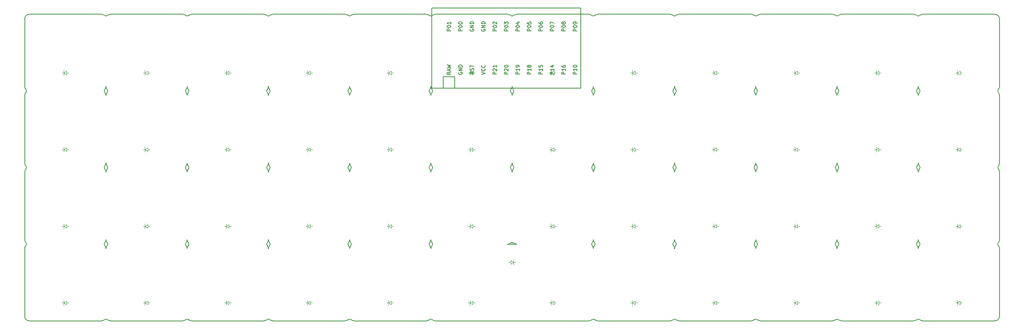
<source format=gbr>
G04 #@! TF.GenerationSoftware,KiCad,Pcbnew,5.1.5+dfsg1-2build2*
G04 #@! TF.CreationDate,2023-07-29T21:16:48+00:00*
G04 #@! TF.ProjectId,planck_routed,706c616e-636b-45f7-926f-757465642e6b,v1.0.0*
G04 #@! TF.SameCoordinates,Original*
G04 #@! TF.FileFunction,Legend,Top*
G04 #@! TF.FilePolarity,Positive*
%FSLAX46Y46*%
G04 Gerber Fmt 4.6, Leading zero omitted, Abs format (unit mm)*
G04 Created by KiCad (PCBNEW 5.1.5+dfsg1-2build2) date 2023-07-29 21:16:48*
%MOMM*%
%LPD*%
G04 APERTURE LIST*
G04 #@! TA.AperFunction,Profile*
%ADD10C,0.150000*%
G04 #@! TD*
%ADD11C,0.100000*%
%ADD12C,0.150000*%
G04 APERTURE END LIST*
D10*
X-8000000Y8500000D02*
X8000000Y8500000D01*
X8666667Y8754644D02*
G75*
G02X8000000Y8500000I-666667J745356D01*
G01*
X8745356Y25166667D02*
G75*
G02X9000000Y24500000I-745356J-666667D01*
G01*
X-9000000Y24500000D02*
G75*
G02X-8745356Y25166667I1000000J0D01*
G01*
X-9000000Y24500000D02*
X-9000000Y9500000D01*
X-8000000Y8500000D02*
G75*
G02X-9000000Y9500000I0J1000000D01*
G01*
X9000000Y26500000D02*
G75*
G02X8745356Y25833333I-1000000J0D01*
G01*
X8745356Y42166667D02*
G75*
G02X9000000Y41500000I-745356J-666667D01*
G01*
X-9000000Y41500000D02*
G75*
G02X-8745356Y42166667I1000000J0D01*
G01*
X-9000000Y41500000D02*
X-9000000Y26500000D01*
X-8745356Y25833333D02*
G75*
G02X-9000000Y26500000I745356J666667D01*
G01*
X9000000Y43500000D02*
G75*
G02X8745356Y42833333I-1000000J0D01*
G01*
X8745356Y59166667D02*
G75*
G02X9000000Y58500000I-745356J-666667D01*
G01*
X-9000000Y58500000D02*
G75*
G02X-8745356Y59166667I1000000J0D01*
G01*
X-9000000Y58500000D02*
X-9000000Y43500000D01*
X-8745356Y42833333D02*
G75*
G02X-9000000Y43500000I745356J666667D01*
G01*
X9000000Y60500000D02*
G75*
G02X8745356Y59833333I-1000000J0D01*
G01*
X8000000Y76500000D02*
G75*
G02X8666667Y76245356I0J-1000000D01*
G01*
X8000000Y76500000D02*
X-8000000Y76500000D01*
X-9000000Y75500000D02*
G75*
G02X-8000000Y76500000I1000000J0D01*
G01*
X-9000000Y75500000D02*
X-9000000Y60500000D01*
X-8745356Y59833333D02*
G75*
G02X-9000000Y60500000I745356J666667D01*
G01*
X10000000Y8500000D02*
X26000000Y8500000D01*
X26666667Y8754644D02*
G75*
G02X26000000Y8500000I-666667J745356D01*
G01*
X26745356Y25166667D02*
G75*
G02X27000000Y24500000I-745356J-666667D01*
G01*
X9000000Y24500000D02*
G75*
G02X9254644Y25166667I1000000J0D01*
G01*
X10000000Y8500000D02*
G75*
G02X9333333Y8754644I0J1000000D01*
G01*
X27000000Y26500000D02*
G75*
G02X26745356Y25833333I-1000000J0D01*
G01*
X26745356Y42166667D02*
G75*
G02X27000000Y41500000I-745356J-666667D01*
G01*
X9000000Y41500000D02*
G75*
G02X9254644Y42166667I1000000J0D01*
G01*
X9254644Y25833333D02*
G75*
G02X9000000Y26500000I745356J666667D01*
G01*
X27000000Y43500000D02*
G75*
G02X26745356Y42833333I-1000000J0D01*
G01*
X26745356Y59166667D02*
G75*
G02X27000000Y58500000I-745356J-666667D01*
G01*
X9000000Y58500000D02*
G75*
G02X9254644Y59166667I1000000J0D01*
G01*
X9254644Y42833333D02*
G75*
G02X9000000Y43500000I745356J666667D01*
G01*
X27000000Y60500000D02*
G75*
G02X26745356Y59833333I-1000000J0D01*
G01*
X26000000Y76500000D02*
G75*
G02X26666667Y76245356I0J-1000000D01*
G01*
X26000000Y76500000D02*
X10000000Y76500000D01*
X9333333Y76245356D02*
G75*
G02X10000000Y76500000I666667J-745356D01*
G01*
X9254644Y59833333D02*
G75*
G02X9000000Y60500000I745356J666667D01*
G01*
X28000000Y8500000D02*
X44000000Y8500000D01*
X44666667Y8754644D02*
G75*
G02X44000000Y8500000I-666667J745356D01*
G01*
X44745356Y25166667D02*
G75*
G02X45000000Y24500000I-745356J-666667D01*
G01*
X27000000Y24500000D02*
G75*
G02X27254644Y25166667I1000000J0D01*
G01*
X28000000Y8500000D02*
G75*
G02X27333333Y8754644I0J1000000D01*
G01*
X45000000Y26500000D02*
G75*
G02X44745356Y25833333I-1000000J0D01*
G01*
X44745356Y42166667D02*
G75*
G02X45000000Y41500000I-745356J-666667D01*
G01*
X27000000Y41500000D02*
G75*
G02X27254644Y42166667I1000000J0D01*
G01*
X27254644Y25833333D02*
G75*
G02X27000000Y26500000I745356J666667D01*
G01*
X45000000Y43500000D02*
G75*
G02X44745356Y42833333I-1000000J0D01*
G01*
X44745356Y59166667D02*
G75*
G02X45000000Y58500000I-745356J-666667D01*
G01*
X27000000Y58500000D02*
G75*
G02X27254644Y59166667I1000000J0D01*
G01*
X27254644Y42833333D02*
G75*
G02X27000000Y43500000I745356J666667D01*
G01*
X45000000Y60500000D02*
G75*
G02X44745356Y59833333I-1000000J0D01*
G01*
X44000000Y76500000D02*
G75*
G02X44666667Y76245356I0J-1000000D01*
G01*
X44000000Y76500000D02*
X28000000Y76500000D01*
X27333333Y76245356D02*
G75*
G02X28000000Y76500000I666667J-745356D01*
G01*
X27254644Y59833333D02*
G75*
G02X27000000Y60500000I745356J666667D01*
G01*
X46000000Y8500000D02*
X62000000Y8500000D01*
X62666667Y8754644D02*
G75*
G02X62000000Y8500000I-666667J745356D01*
G01*
X62745356Y25166667D02*
G75*
G02X63000000Y24500000I-745356J-666667D01*
G01*
X45000000Y24500000D02*
G75*
G02X45254644Y25166667I1000000J0D01*
G01*
X46000000Y8500000D02*
G75*
G02X45333333Y8754644I0J1000000D01*
G01*
X63000000Y26500000D02*
G75*
G02X62745356Y25833333I-1000000J0D01*
G01*
X62745356Y42166667D02*
G75*
G02X63000000Y41500000I-745356J-666667D01*
G01*
X45000000Y41500000D02*
G75*
G02X45254644Y42166667I1000000J0D01*
G01*
X45254644Y25833333D02*
G75*
G02X45000000Y26500000I745356J666667D01*
G01*
X63000000Y43500000D02*
G75*
G02X62745356Y42833333I-1000000J0D01*
G01*
X62745356Y59166667D02*
G75*
G02X63000000Y58500000I-745356J-666667D01*
G01*
X45000000Y58500000D02*
G75*
G02X45254644Y59166667I1000000J0D01*
G01*
X45254644Y42833333D02*
G75*
G02X45000000Y43500000I745356J666667D01*
G01*
X63000000Y60500000D02*
G75*
G02X62745356Y59833333I-1000000J0D01*
G01*
X62000000Y76500000D02*
G75*
G02X62666667Y76245356I0J-1000000D01*
G01*
X62000000Y76500000D02*
X46000000Y76500000D01*
X45333333Y76245356D02*
G75*
G02X46000000Y76500000I666667J-745356D01*
G01*
X45254644Y59833333D02*
G75*
G02X45000000Y60500000I745356J666667D01*
G01*
X64000000Y8500000D02*
X80000000Y8500000D01*
X80666667Y8754644D02*
G75*
G02X80000000Y8500000I-666667J745356D01*
G01*
X80745356Y25166667D02*
G75*
G02X81000000Y24500000I-745356J-666667D01*
G01*
X63000000Y24500000D02*
G75*
G02X63254644Y25166667I1000000J0D01*
G01*
X64000000Y8500000D02*
G75*
G02X63333333Y8754644I0J1000000D01*
G01*
X81000000Y26500000D02*
G75*
G02X80745356Y25833333I-1000000J0D01*
G01*
X80745356Y42166667D02*
G75*
G02X81000000Y41500000I-745356J-666667D01*
G01*
X63000000Y41500000D02*
G75*
G02X63254644Y42166667I1000000J0D01*
G01*
X63254644Y25833333D02*
G75*
G02X63000000Y26500000I745356J666667D01*
G01*
X81000000Y43500000D02*
G75*
G02X80745356Y42833333I-1000000J0D01*
G01*
X80745356Y59166667D02*
G75*
G02X81000000Y58500000I-745356J-666667D01*
G01*
X63000000Y58500000D02*
G75*
G02X63254644Y59166667I1000000J0D01*
G01*
X63254644Y42833333D02*
G75*
G02X63000000Y43500000I745356J666667D01*
G01*
X81000000Y60500000D02*
G75*
G02X80745356Y59833333I-1000000J0D01*
G01*
X80000000Y76500000D02*
G75*
G02X80666667Y76245356I0J-1000000D01*
G01*
X80000000Y76500000D02*
X64000000Y76500000D01*
X63333333Y76245356D02*
G75*
G02X64000000Y76500000I666667J-745356D01*
G01*
X63254644Y59833333D02*
G75*
G02X63000000Y60500000I745356J666667D01*
G01*
X82000000Y8500000D02*
X116000000Y8500000D01*
X81000000Y24500000D02*
G75*
G02X81254644Y25166667I1000000J0D01*
G01*
X82000000Y8500000D02*
G75*
G02X81333333Y8754644I0J1000000D01*
G01*
X98666667Y25754644D02*
G75*
G02X98000000Y25500000I-666667J745356D01*
G01*
X98745356Y42166667D02*
G75*
G02X99000000Y41500000I-745356J-666667D01*
G01*
X81000000Y41500000D02*
G75*
G02X81254644Y42166667I1000000J0D01*
G01*
X81254644Y25833333D02*
G75*
G02X81000000Y26500000I745356J666667D01*
G01*
X99000000Y43500000D02*
G75*
G02X98745356Y42833333I-1000000J0D01*
G01*
X98745356Y59166667D02*
G75*
G02X99000000Y58500000I-745356J-666667D01*
G01*
X81000000Y58500000D02*
G75*
G02X81254644Y59166667I1000000J0D01*
G01*
X81254644Y42833333D02*
G75*
G02X81000000Y43500000I745356J666667D01*
G01*
X99000000Y60500000D02*
G75*
G02X98745356Y59833333I-1000000J0D01*
G01*
X98000000Y76500000D02*
G75*
G02X98666667Y76245356I0J-1000000D01*
G01*
X98000000Y76500000D02*
X82000000Y76500000D01*
X81333333Y76245356D02*
G75*
G02X82000000Y76500000I666667J-745356D01*
G01*
X81254644Y59833333D02*
G75*
G02X81000000Y60500000I745356J666667D01*
G01*
X100000000Y25500000D02*
X98000000Y25500000D01*
X116666667Y8754644D02*
G75*
G02X116000000Y8500000I-666667J745356D01*
G01*
X116745356Y25166667D02*
G75*
G02X117000000Y24500000I-745356J-666667D01*
G01*
X117000000Y26500000D02*
G75*
G02X116745356Y25833333I-1000000J0D01*
G01*
X116745356Y42166667D02*
G75*
G02X117000000Y41500000I-745356J-666667D01*
G01*
X99000000Y41500000D02*
G75*
G02X99254644Y42166667I1000000J0D01*
G01*
X100000000Y25500000D02*
G75*
G02X99333333Y25754644I0J1000000D01*
G01*
X117000000Y43500000D02*
G75*
G02X116745356Y42833333I-1000000J0D01*
G01*
X116745356Y59166667D02*
G75*
G02X117000000Y58500000I-745356J-666667D01*
G01*
X99000000Y58500000D02*
G75*
G02X99254644Y59166667I1000000J0D01*
G01*
X99254644Y42833333D02*
G75*
G02X99000000Y43500000I745356J666667D01*
G01*
X117000000Y60500000D02*
G75*
G02X116745356Y59833333I-1000000J0D01*
G01*
X116000000Y76500000D02*
G75*
G02X116666667Y76245356I0J-1000000D01*
G01*
X116000000Y76500000D02*
X100000000Y76500000D01*
X99333333Y76245356D02*
G75*
G02X100000000Y76500000I666667J-745356D01*
G01*
X99254644Y59833333D02*
G75*
G02X99000000Y60500000I745356J666667D01*
G01*
X118000000Y8500000D02*
X134000000Y8500000D01*
X134666667Y8754644D02*
G75*
G02X134000000Y8500000I-666667J745356D01*
G01*
X134745356Y25166667D02*
G75*
G02X135000000Y24500000I-745356J-666667D01*
G01*
X117000000Y24500000D02*
G75*
G02X117254644Y25166667I1000000J0D01*
G01*
X118000000Y8500000D02*
G75*
G02X117333333Y8754644I0J1000000D01*
G01*
X135000000Y26500000D02*
G75*
G02X134745356Y25833333I-1000000J0D01*
G01*
X134745356Y42166667D02*
G75*
G02X135000000Y41500000I-745356J-666667D01*
G01*
X117000000Y41500000D02*
G75*
G02X117254644Y42166667I1000000J0D01*
G01*
X117254644Y25833333D02*
G75*
G02X117000000Y26500000I745356J666667D01*
G01*
X135000000Y43500000D02*
G75*
G02X134745356Y42833333I-1000000J0D01*
G01*
X134745356Y59166667D02*
G75*
G02X135000000Y58500000I-745356J-666667D01*
G01*
X117000000Y58500000D02*
G75*
G02X117254644Y59166667I1000000J0D01*
G01*
X117254644Y42833333D02*
G75*
G02X117000000Y43500000I745356J666667D01*
G01*
X135000000Y60500000D02*
G75*
G02X134745356Y59833333I-1000000J0D01*
G01*
X134000000Y76500000D02*
G75*
G02X134666667Y76245356I0J-1000000D01*
G01*
X134000000Y76500000D02*
X118000000Y76500000D01*
X117333333Y76245356D02*
G75*
G02X118000000Y76500000I666667J-745356D01*
G01*
X117254644Y59833333D02*
G75*
G02X117000000Y60500000I745356J666667D01*
G01*
X136000000Y8500000D02*
X152000000Y8500000D01*
X152666667Y8754644D02*
G75*
G02X152000000Y8500000I-666667J745356D01*
G01*
X152745356Y25166667D02*
G75*
G02X153000000Y24500000I-745356J-666667D01*
G01*
X135000000Y24500000D02*
G75*
G02X135254644Y25166667I1000000J0D01*
G01*
X136000000Y8500000D02*
G75*
G02X135333333Y8754644I0J1000000D01*
G01*
X153000000Y26500000D02*
G75*
G02X152745356Y25833333I-1000000J0D01*
G01*
X152745356Y42166667D02*
G75*
G02X153000000Y41500000I-745356J-666667D01*
G01*
X135000000Y41500000D02*
G75*
G02X135254644Y42166667I1000000J0D01*
G01*
X135254644Y25833333D02*
G75*
G02X135000000Y26500000I745356J666667D01*
G01*
X153000000Y43500000D02*
G75*
G02X152745356Y42833333I-1000000J0D01*
G01*
X152745356Y59166667D02*
G75*
G02X153000000Y58500000I-745356J-666667D01*
G01*
X135000000Y58500000D02*
G75*
G02X135254644Y59166667I1000000J0D01*
G01*
X135254644Y42833333D02*
G75*
G02X135000000Y43500000I745356J666667D01*
G01*
X153000000Y60500000D02*
G75*
G02X152745356Y59833333I-1000000J0D01*
G01*
X152000000Y76500000D02*
G75*
G02X152666667Y76245356I0J-1000000D01*
G01*
X152000000Y76500000D02*
X136000000Y76500000D01*
X135333333Y76245356D02*
G75*
G02X136000000Y76500000I666667J-745356D01*
G01*
X135254644Y59833333D02*
G75*
G02X135000000Y60500000I745356J666667D01*
G01*
X154000000Y8500000D02*
X170000000Y8500000D01*
X170666667Y8754644D02*
G75*
G02X170000000Y8500000I-666667J745356D01*
G01*
X170745356Y25166667D02*
G75*
G02X171000000Y24500000I-745356J-666667D01*
G01*
X153000000Y24500000D02*
G75*
G02X153254644Y25166667I1000000J0D01*
G01*
X154000000Y8500000D02*
G75*
G02X153333333Y8754644I0J1000000D01*
G01*
X171000000Y26500000D02*
G75*
G02X170745356Y25833333I-1000000J0D01*
G01*
X170745356Y42166667D02*
G75*
G02X171000000Y41500000I-745356J-666667D01*
G01*
X153000000Y41500000D02*
G75*
G02X153254644Y42166667I1000000J0D01*
G01*
X153254644Y25833333D02*
G75*
G02X153000000Y26500000I745356J666667D01*
G01*
X171000000Y43500000D02*
G75*
G02X170745356Y42833333I-1000000J0D01*
G01*
X170745356Y59166667D02*
G75*
G02X171000000Y58500000I-745356J-666667D01*
G01*
X153000000Y58500000D02*
G75*
G02X153254644Y59166667I1000000J0D01*
G01*
X153254644Y42833333D02*
G75*
G02X153000000Y43500000I745356J666667D01*
G01*
X171000000Y60500000D02*
G75*
G02X170745356Y59833333I-1000000J0D01*
G01*
X170000000Y76500000D02*
G75*
G02X170666667Y76245356I0J-1000000D01*
G01*
X170000000Y76500000D02*
X154000000Y76500000D01*
X153333333Y76245356D02*
G75*
G02X154000000Y76500000I666667J-745356D01*
G01*
X153254644Y59833333D02*
G75*
G02X153000000Y60500000I745356J666667D01*
G01*
X172000000Y8500000D02*
X188000000Y8500000D01*
X188666667Y8754644D02*
G75*
G02X188000000Y8500000I-666667J745356D01*
G01*
X188745356Y25166667D02*
G75*
G02X189000000Y24500000I-745356J-666667D01*
G01*
X171000000Y24500000D02*
G75*
G02X171254644Y25166667I1000000J0D01*
G01*
X172000000Y8500000D02*
G75*
G02X171333333Y8754644I0J1000000D01*
G01*
X189000000Y26500000D02*
G75*
G02X188745356Y25833333I-1000000J0D01*
G01*
X188745356Y42166667D02*
G75*
G02X189000000Y41500000I-745356J-666667D01*
G01*
X171000000Y41500000D02*
G75*
G02X171254644Y42166667I1000000J0D01*
G01*
X171254644Y25833333D02*
G75*
G02X171000000Y26500000I745356J666667D01*
G01*
X189000000Y43500000D02*
G75*
G02X188745356Y42833333I-1000000J0D01*
G01*
X188745356Y59166667D02*
G75*
G02X189000000Y58500000I-745356J-666667D01*
G01*
X171000000Y58500000D02*
G75*
G02X171254644Y59166667I1000000J0D01*
G01*
X171254644Y42833333D02*
G75*
G02X171000000Y43500000I745356J666667D01*
G01*
X189000000Y60500000D02*
G75*
G02X188745356Y59833333I-1000000J0D01*
G01*
X188000000Y76500000D02*
G75*
G02X188666667Y76245356I0J-1000000D01*
G01*
X188000000Y76500000D02*
X172000000Y76500000D01*
X171333333Y76245356D02*
G75*
G02X172000000Y76500000I666667J-745356D01*
G01*
X171254644Y59833333D02*
G75*
G02X171000000Y60500000I745356J666667D01*
G01*
X190000000Y8500000D02*
X206000000Y8500000D01*
X207000000Y9500000D02*
G75*
G02X206000000Y8500000I-1000000J0D01*
G01*
X207000000Y9500000D02*
X207000000Y24500000D01*
X206745356Y25166667D02*
G75*
G02X207000000Y24500000I-745356J-666667D01*
G01*
X189000000Y24500000D02*
G75*
G02X189254644Y25166667I1000000J0D01*
G01*
X190000000Y8500000D02*
G75*
G02X189333333Y8754644I0J1000000D01*
G01*
X207000000Y26500000D02*
G75*
G02X206745356Y25833333I-1000000J0D01*
G01*
X207000000Y26500000D02*
X207000000Y41500000D01*
X206745356Y42166667D02*
G75*
G02X207000000Y41500000I-745356J-666667D01*
G01*
X189000000Y41500000D02*
G75*
G02X189254644Y42166667I1000000J0D01*
G01*
X189254644Y25833333D02*
G75*
G02X189000000Y26500000I745356J666667D01*
G01*
X207000000Y43500000D02*
G75*
G02X206745356Y42833333I-1000000J0D01*
G01*
X207000000Y43500000D02*
X207000000Y58500000D01*
X206745356Y59166667D02*
G75*
G02X207000000Y58500000I-745356J-666667D01*
G01*
X189000000Y58500000D02*
G75*
G02X189254644Y59166667I1000000J0D01*
G01*
X189254644Y42833333D02*
G75*
G02X189000000Y43500000I745356J666667D01*
G01*
X207000000Y60500000D02*
G75*
G02X206745356Y59833333I-1000000J0D01*
G01*
X207000000Y60500000D02*
X207000000Y75500000D01*
X206000000Y76500000D02*
G75*
G02X207000000Y75500000I0J-1000000D01*
G01*
X206000000Y76500000D02*
X190000000Y76500000D01*
X189333333Y76245356D02*
G75*
G02X190000000Y76500000I666667J-745356D01*
G01*
X189254644Y59833333D02*
G75*
G02X189000000Y60500000I745356J666667D01*
G01*
X8666666Y8754644D02*
G75*
G02X9333333Y8754644I333334J-372678D01*
G01*
X26666666Y8754644D02*
G75*
G02X27333333Y8754644I333334J-372678D01*
G01*
X44666666Y8754644D02*
G75*
G02X45333333Y8754644I333334J-372678D01*
G01*
X62666666Y8754644D02*
G75*
G02X63333333Y8754644I333334J-372678D01*
G01*
X80666666Y8754644D02*
G75*
G02X81333333Y8754644I333334J-372678D01*
G01*
X116666666Y8754644D02*
G75*
G02X117333333Y8754644I333334J-372678D01*
G01*
X134666666Y8754644D02*
G75*
G02X135333333Y8754644I333334J-372678D01*
G01*
X152666666Y8754644D02*
G75*
G02X153333333Y8754644I333334J-372678D01*
G01*
X170666666Y8754644D02*
G75*
G02X171333333Y8754644I333334J-372678D01*
G01*
X188666666Y8754644D02*
G75*
G02X189333333Y8754644I333334J-372678D01*
G01*
X206745356Y25166666D02*
G75*
G02X206745356Y25833333I372678J333334D01*
G01*
X206745356Y42166666D02*
G75*
G02X206745356Y42833333I372678J333334D01*
G01*
X206745356Y59166666D02*
G75*
G02X206745356Y59833333I372678J333334D01*
G01*
X189333334Y76245356D02*
G75*
G02X188666667Y76245356I-333334J372678D01*
G01*
X171333334Y76245356D02*
G75*
G02X170666667Y76245356I-333334J372678D01*
G01*
X153333334Y76245356D02*
G75*
G02X152666667Y76245356I-333334J372678D01*
G01*
X135333334Y76245356D02*
G75*
G02X134666667Y76245356I-333334J372678D01*
G01*
X117333334Y76245356D02*
G75*
G02X116666667Y76245356I-333334J372678D01*
G01*
X99333334Y76245356D02*
G75*
G02X98666667Y76245356I-333334J372678D01*
G01*
X81333334Y76245356D02*
G75*
G02X80666667Y76245356I-333334J372678D01*
G01*
X63333334Y76245356D02*
G75*
G02X62666667Y76245356I-333334J372678D01*
G01*
X45333334Y76245356D02*
G75*
G02X44666667Y76245356I-333334J372678D01*
G01*
X27333334Y76245356D02*
G75*
G02X26666667Y76245356I-333334J372678D01*
G01*
X9333334Y76245356D02*
G75*
G02X8666667Y76245356I-333334J372678D01*
G01*
X-8745356Y59833334D02*
G75*
G02X-8745356Y59166667I-372678J-333334D01*
G01*
X-8745356Y42833334D02*
G75*
G02X-8745356Y42166667I-372678J-333334D01*
G01*
X-8745356Y25833334D02*
G75*
G02X-8745356Y25166667I-372678J-333334D01*
G01*
X8745356Y25166666D02*
G75*
G02X8745356Y25833333I372678J333334D01*
G01*
X9254644Y25833334D02*
G75*
G02X9254644Y25166667I-372678J-333334D01*
G01*
X8745356Y42166666D02*
G75*
G02X8745356Y42833333I372678J333334D01*
G01*
X9254644Y42833334D02*
G75*
G02X9254644Y42166667I-372678J-333334D01*
G01*
X8745356Y59166666D02*
G75*
G02X8745356Y59833333I372678J333334D01*
G01*
X9254644Y59833334D02*
G75*
G02X9254644Y59166667I-372678J-333334D01*
G01*
X26745356Y25166666D02*
G75*
G02X26745356Y25833333I372678J333334D01*
G01*
X27254644Y25833334D02*
G75*
G02X27254644Y25166667I-372678J-333334D01*
G01*
X26745356Y42166666D02*
G75*
G02X26745356Y42833333I372678J333334D01*
G01*
X27254644Y42833334D02*
G75*
G02X27254644Y42166667I-372678J-333334D01*
G01*
X26745356Y59166666D02*
G75*
G02X26745356Y59833333I372678J333334D01*
G01*
X27254644Y59833334D02*
G75*
G02X27254644Y59166667I-372678J-333334D01*
G01*
X44745356Y25166666D02*
G75*
G02X44745356Y25833333I372678J333334D01*
G01*
X45254644Y25833334D02*
G75*
G02X45254644Y25166667I-372678J-333334D01*
G01*
X44745356Y42166666D02*
G75*
G02X44745356Y42833333I372678J333334D01*
G01*
X45254644Y42833334D02*
G75*
G02X45254644Y42166667I-372678J-333334D01*
G01*
X44745356Y59166666D02*
G75*
G02X44745356Y59833333I372678J333334D01*
G01*
X45254644Y59833334D02*
G75*
G02X45254644Y59166667I-372678J-333334D01*
G01*
X62745356Y25166666D02*
G75*
G02X62745356Y25833333I372678J333334D01*
G01*
X63254644Y25833334D02*
G75*
G02X63254644Y25166667I-372678J-333334D01*
G01*
X62745356Y42166666D02*
G75*
G02X62745356Y42833333I372678J333334D01*
G01*
X63254644Y42833334D02*
G75*
G02X63254644Y42166667I-372678J-333334D01*
G01*
X62745356Y59166666D02*
G75*
G02X62745356Y59833333I372678J333334D01*
G01*
X63254644Y59833334D02*
G75*
G02X63254644Y59166667I-372678J-333334D01*
G01*
X80745356Y25166666D02*
G75*
G02X80745356Y25833333I372678J333334D01*
G01*
X81254644Y25833334D02*
G75*
G02X81254644Y25166667I-372678J-333334D01*
G01*
X80745356Y42166666D02*
G75*
G02X80745356Y42833333I372678J333334D01*
G01*
X81254644Y42833334D02*
G75*
G02X81254644Y42166667I-372678J-333334D01*
G01*
X80745356Y59166666D02*
G75*
G02X80745356Y59833333I372678J333334D01*
G01*
X81254644Y59833334D02*
G75*
G02X81254644Y59166667I-372678J-333334D01*
G01*
X98745356Y42166666D02*
G75*
G02X98745356Y42833333I372678J333334D01*
G01*
X99254644Y42833334D02*
G75*
G02X99254644Y42166667I-372678J-333334D01*
G01*
X98745356Y59166666D02*
G75*
G02X98745356Y59833333I372678J333334D01*
G01*
X99254644Y59833334D02*
G75*
G02X99254644Y59166667I-372678J-333334D01*
G01*
X116745356Y25166666D02*
G75*
G02X116745356Y25833333I372678J333334D01*
G01*
X117254644Y25833334D02*
G75*
G02X117254644Y25166667I-372678J-333334D01*
G01*
X116745356Y42166666D02*
G75*
G02X116745356Y42833333I372678J333334D01*
G01*
X117254644Y42833334D02*
G75*
G02X117254644Y42166667I-372678J-333334D01*
G01*
X116745356Y59166666D02*
G75*
G02X116745356Y59833333I372678J333334D01*
G01*
X117254644Y59833334D02*
G75*
G02X117254644Y59166667I-372678J-333334D01*
G01*
X134745356Y25166666D02*
G75*
G02X134745356Y25833333I372678J333334D01*
G01*
X135254644Y25833334D02*
G75*
G02X135254644Y25166667I-372678J-333334D01*
G01*
X134745356Y42166666D02*
G75*
G02X134745356Y42833333I372678J333334D01*
G01*
X135254644Y42833334D02*
G75*
G02X135254644Y42166667I-372678J-333334D01*
G01*
X134745356Y59166666D02*
G75*
G02X134745356Y59833333I372678J333334D01*
G01*
X135254644Y59833334D02*
G75*
G02X135254644Y59166667I-372678J-333334D01*
G01*
X152745356Y25166666D02*
G75*
G02X152745356Y25833333I372678J333334D01*
G01*
X153254644Y25833334D02*
G75*
G02X153254644Y25166667I-372678J-333334D01*
G01*
X152745356Y42166666D02*
G75*
G02X152745356Y42833333I372678J333334D01*
G01*
X153254644Y42833334D02*
G75*
G02X153254644Y42166667I-372678J-333334D01*
G01*
X152745356Y59166666D02*
G75*
G02X152745356Y59833333I372678J333334D01*
G01*
X153254644Y59833334D02*
G75*
G02X153254644Y59166667I-372678J-333334D01*
G01*
X170745356Y25166666D02*
G75*
G02X170745356Y25833333I372678J333334D01*
G01*
X171254644Y25833334D02*
G75*
G02X171254644Y25166667I-372678J-333334D01*
G01*
X170745356Y42166666D02*
G75*
G02X170745356Y42833333I372678J333334D01*
G01*
X171254644Y42833334D02*
G75*
G02X171254644Y42166667I-372678J-333334D01*
G01*
X170745356Y59166666D02*
G75*
G02X170745356Y59833333I372678J333334D01*
G01*
X171254644Y59833334D02*
G75*
G02X171254644Y59166667I-372678J-333334D01*
G01*
X188745356Y25166666D02*
G75*
G02X188745356Y25833333I372678J333334D01*
G01*
X189254644Y25833334D02*
G75*
G02X189254644Y25166667I-372678J-333334D01*
G01*
X188745356Y42166666D02*
G75*
G02X188745356Y42833333I372678J333334D01*
G01*
X189254644Y42833334D02*
G75*
G02X189254644Y42166667I-372678J-333334D01*
G01*
X188745356Y59166666D02*
G75*
G02X188745356Y59833333I372678J333334D01*
G01*
X189254644Y59833334D02*
G75*
G02X189254644Y59166667I-372678J-333334D01*
G01*
X98666666Y25754644D02*
G75*
G02X99333333Y25754644I333334J-372678D01*
G01*
D11*
G04 #@! TO.C,D1*
X250000Y12500000D02*
X750000Y12500000D01*
X250000Y12100000D02*
X-350000Y12500000D01*
X250000Y12900000D02*
X250000Y12100000D01*
X-350000Y12500000D02*
X250000Y12900000D01*
X-350000Y12500000D02*
X-350000Y11950000D01*
X-350000Y12500000D02*
X-350000Y13050000D01*
X-750000Y12500000D02*
X-350000Y12500000D01*
G04 #@! TO.C,D2*
X250000Y29500000D02*
X750000Y29500000D01*
X250000Y29100000D02*
X-350000Y29500000D01*
X250000Y29900000D02*
X250000Y29100000D01*
X-350000Y29500000D02*
X250000Y29900000D01*
X-350000Y29500000D02*
X-350000Y28950000D01*
X-350000Y29500000D02*
X-350000Y30050000D01*
X-750000Y29500000D02*
X-350000Y29500000D01*
G04 #@! TO.C,D3*
X250000Y46500000D02*
X750000Y46500000D01*
X250000Y46100000D02*
X-350000Y46500000D01*
X250000Y46900000D02*
X250000Y46100000D01*
X-350000Y46500000D02*
X250000Y46900000D01*
X-350000Y46500000D02*
X-350000Y45950000D01*
X-350000Y46500000D02*
X-350000Y47050000D01*
X-750000Y46500000D02*
X-350000Y46500000D01*
G04 #@! TO.C,D4*
X250000Y63500000D02*
X750000Y63500000D01*
X250000Y63100000D02*
X-350000Y63500000D01*
X250000Y63900000D02*
X250000Y63100000D01*
X-350000Y63500000D02*
X250000Y63900000D01*
X-350000Y63500000D02*
X-350000Y62950000D01*
X-350000Y63500000D02*
X-350000Y64050000D01*
X-750000Y63500000D02*
X-350000Y63500000D01*
G04 #@! TO.C,D5*
X18250000Y12500000D02*
X18750000Y12500000D01*
X18250000Y12100000D02*
X17650000Y12500000D01*
X18250000Y12900000D02*
X18250000Y12100000D01*
X17650000Y12500000D02*
X18250000Y12900000D01*
X17650000Y12500000D02*
X17650000Y11950000D01*
X17650000Y12500000D02*
X17650000Y13050000D01*
X17250000Y12500000D02*
X17650000Y12500000D01*
G04 #@! TO.C,D6*
X18250000Y29500000D02*
X18750000Y29500000D01*
X18250000Y29100000D02*
X17650000Y29500000D01*
X18250000Y29900000D02*
X18250000Y29100000D01*
X17650000Y29500000D02*
X18250000Y29900000D01*
X17650000Y29500000D02*
X17650000Y28950000D01*
X17650000Y29500000D02*
X17650000Y30050000D01*
X17250000Y29500000D02*
X17650000Y29500000D01*
G04 #@! TO.C,D7*
X18250000Y46500000D02*
X18750000Y46500000D01*
X18250000Y46100000D02*
X17650000Y46500000D01*
X18250000Y46900000D02*
X18250000Y46100000D01*
X17650000Y46500000D02*
X18250000Y46900000D01*
X17650000Y46500000D02*
X17650000Y45950000D01*
X17650000Y46500000D02*
X17650000Y47050000D01*
X17250000Y46500000D02*
X17650000Y46500000D01*
G04 #@! TO.C,D8*
X18250000Y63500000D02*
X18750000Y63500000D01*
X18250000Y63100000D02*
X17650000Y63500000D01*
X18250000Y63900000D02*
X18250000Y63100000D01*
X17650000Y63500000D02*
X18250000Y63900000D01*
X17650000Y63500000D02*
X17650000Y62950000D01*
X17650000Y63500000D02*
X17650000Y64050000D01*
X17250000Y63500000D02*
X17650000Y63500000D01*
G04 #@! TO.C,D9*
X36250000Y12500000D02*
X36750000Y12500000D01*
X36250000Y12100000D02*
X35650000Y12500000D01*
X36250000Y12900000D02*
X36250000Y12100000D01*
X35650000Y12500000D02*
X36250000Y12900000D01*
X35650000Y12500000D02*
X35650000Y11950000D01*
X35650000Y12500000D02*
X35650000Y13050000D01*
X35250000Y12500000D02*
X35650000Y12500000D01*
G04 #@! TO.C,D10*
X36250000Y29500000D02*
X36750000Y29500000D01*
X36250000Y29100000D02*
X35650000Y29500000D01*
X36250000Y29900000D02*
X36250000Y29100000D01*
X35650000Y29500000D02*
X36250000Y29900000D01*
X35650000Y29500000D02*
X35650000Y28950000D01*
X35650000Y29500000D02*
X35650000Y30050000D01*
X35250000Y29500000D02*
X35650000Y29500000D01*
G04 #@! TO.C,D11*
X36250000Y46500000D02*
X36750000Y46500000D01*
X36250000Y46100000D02*
X35650000Y46500000D01*
X36250000Y46900000D02*
X36250000Y46100000D01*
X35650000Y46500000D02*
X36250000Y46900000D01*
X35650000Y46500000D02*
X35650000Y45950000D01*
X35650000Y46500000D02*
X35650000Y47050000D01*
X35250000Y46500000D02*
X35650000Y46500000D01*
G04 #@! TO.C,D12*
X36250000Y63500000D02*
X36750000Y63500000D01*
X36250000Y63100000D02*
X35650000Y63500000D01*
X36250000Y63900000D02*
X36250000Y63100000D01*
X35650000Y63500000D02*
X36250000Y63900000D01*
X35650000Y63500000D02*
X35650000Y62950000D01*
X35650000Y63500000D02*
X35650000Y64050000D01*
X35250000Y63500000D02*
X35650000Y63500000D01*
G04 #@! TO.C,D13*
X54250000Y12500000D02*
X54750000Y12500000D01*
X54250000Y12100000D02*
X53650000Y12500000D01*
X54250000Y12900000D02*
X54250000Y12100000D01*
X53650000Y12500000D02*
X54250000Y12900000D01*
X53650000Y12500000D02*
X53650000Y11950000D01*
X53650000Y12500000D02*
X53650000Y13050000D01*
X53250000Y12500000D02*
X53650000Y12500000D01*
G04 #@! TO.C,D14*
X54250000Y29500000D02*
X54750000Y29500000D01*
X54250000Y29100000D02*
X53650000Y29500000D01*
X54250000Y29900000D02*
X54250000Y29100000D01*
X53650000Y29500000D02*
X54250000Y29900000D01*
X53650000Y29500000D02*
X53650000Y28950000D01*
X53650000Y29500000D02*
X53650000Y30050000D01*
X53250000Y29500000D02*
X53650000Y29500000D01*
G04 #@! TO.C,D15*
X54250000Y46500000D02*
X54750000Y46500000D01*
X54250000Y46100000D02*
X53650000Y46500000D01*
X54250000Y46900000D02*
X54250000Y46100000D01*
X53650000Y46500000D02*
X54250000Y46900000D01*
X53650000Y46500000D02*
X53650000Y45950000D01*
X53650000Y46500000D02*
X53650000Y47050000D01*
X53250000Y46500000D02*
X53650000Y46500000D01*
G04 #@! TO.C,D16*
X54250000Y63500000D02*
X54750000Y63500000D01*
X54250000Y63100000D02*
X53650000Y63500000D01*
X54250000Y63900000D02*
X54250000Y63100000D01*
X53650000Y63500000D02*
X54250000Y63900000D01*
X53650000Y63500000D02*
X53650000Y62950000D01*
X53650000Y63500000D02*
X53650000Y64050000D01*
X53250000Y63500000D02*
X53650000Y63500000D01*
G04 #@! TO.C,D17*
X72250000Y12500000D02*
X72750000Y12500000D01*
X72250000Y12100000D02*
X71650000Y12500000D01*
X72250000Y12900000D02*
X72250000Y12100000D01*
X71650000Y12500000D02*
X72250000Y12900000D01*
X71650000Y12500000D02*
X71650000Y11950000D01*
X71650000Y12500000D02*
X71650000Y13050000D01*
X71250000Y12500000D02*
X71650000Y12500000D01*
G04 #@! TO.C,D18*
X72250000Y29500000D02*
X72750000Y29500000D01*
X72250000Y29100000D02*
X71650000Y29500000D01*
X72250000Y29900000D02*
X72250000Y29100000D01*
X71650000Y29500000D02*
X72250000Y29900000D01*
X71650000Y29500000D02*
X71650000Y28950000D01*
X71650000Y29500000D02*
X71650000Y30050000D01*
X71250000Y29500000D02*
X71650000Y29500000D01*
G04 #@! TO.C,D19*
X72250000Y46500000D02*
X72750000Y46500000D01*
X72250000Y46100000D02*
X71650000Y46500000D01*
X72250000Y46900000D02*
X72250000Y46100000D01*
X71650000Y46500000D02*
X72250000Y46900000D01*
X71650000Y46500000D02*
X71650000Y45950000D01*
X71650000Y46500000D02*
X71650000Y47050000D01*
X71250000Y46500000D02*
X71650000Y46500000D01*
G04 #@! TO.C,D20*
X72250000Y63500000D02*
X72750000Y63500000D01*
X72250000Y63100000D02*
X71650000Y63500000D01*
X72250000Y63900000D02*
X72250000Y63100000D01*
X71650000Y63500000D02*
X72250000Y63900000D01*
X71650000Y63500000D02*
X71650000Y62950000D01*
X71650000Y63500000D02*
X71650000Y64050000D01*
X71250000Y63500000D02*
X71650000Y63500000D01*
G04 #@! TO.C,D21*
X90250000Y12500000D02*
X90750000Y12500000D01*
X90250000Y12100000D02*
X89650000Y12500000D01*
X90250000Y12900000D02*
X90250000Y12100000D01*
X89650000Y12500000D02*
X90250000Y12900000D01*
X89650000Y12500000D02*
X89650000Y11950000D01*
X89650000Y12500000D02*
X89650000Y13050000D01*
X89250000Y12500000D02*
X89650000Y12500000D01*
G04 #@! TO.C,D22*
X90250000Y29500000D02*
X90750000Y29500000D01*
X90250000Y29100000D02*
X89650000Y29500000D01*
X90250000Y29900000D02*
X90250000Y29100000D01*
X89650000Y29500000D02*
X90250000Y29900000D01*
X89650000Y29500000D02*
X89650000Y28950000D01*
X89650000Y29500000D02*
X89650000Y30050000D01*
X89250000Y29500000D02*
X89650000Y29500000D01*
G04 #@! TO.C,D23*
X90250000Y46500000D02*
X90750000Y46500000D01*
X90250000Y46100000D02*
X89650000Y46500000D01*
X90250000Y46900000D02*
X90250000Y46100000D01*
X89650000Y46500000D02*
X90250000Y46900000D01*
X89650000Y46500000D02*
X89650000Y45950000D01*
X89650000Y46500000D02*
X89650000Y47050000D01*
X89250000Y46500000D02*
X89650000Y46500000D01*
G04 #@! TO.C,D24*
X90250000Y63500000D02*
X90750000Y63500000D01*
X90250000Y63100000D02*
X89650000Y63500000D01*
X90250000Y63900000D02*
X90250000Y63100000D01*
X89650000Y63500000D02*
X90250000Y63900000D01*
X89650000Y63500000D02*
X89650000Y62950000D01*
X89650000Y63500000D02*
X89650000Y64050000D01*
X89250000Y63500000D02*
X89650000Y63500000D01*
G04 #@! TO.C,D25*
X98750000Y21500000D02*
X98250000Y21500000D01*
X98750000Y21900000D02*
X99350000Y21500000D01*
X98750000Y21100000D02*
X98750000Y21900000D01*
X99350000Y21500000D02*
X98750000Y21100000D01*
X99350000Y21500000D02*
X99350000Y22050000D01*
X99350000Y21500000D02*
X99350000Y20950000D01*
X99750000Y21500000D02*
X99350000Y21500000D01*
G04 #@! TO.C,D26*
X108250000Y12500000D02*
X108750000Y12500000D01*
X108250000Y12100000D02*
X107650000Y12500000D01*
X108250000Y12900000D02*
X108250000Y12100000D01*
X107650000Y12500000D02*
X108250000Y12900000D01*
X107650000Y12500000D02*
X107650000Y11950000D01*
X107650000Y12500000D02*
X107650000Y13050000D01*
X107250000Y12500000D02*
X107650000Y12500000D01*
G04 #@! TO.C,D27*
X108250000Y29500000D02*
X108750000Y29500000D01*
X108250000Y29100000D02*
X107650000Y29500000D01*
X108250000Y29900000D02*
X108250000Y29100000D01*
X107650000Y29500000D02*
X108250000Y29900000D01*
X107650000Y29500000D02*
X107650000Y28950000D01*
X107650000Y29500000D02*
X107650000Y30050000D01*
X107250000Y29500000D02*
X107650000Y29500000D01*
G04 #@! TO.C,D28*
X108250000Y46500000D02*
X108750000Y46500000D01*
X108250000Y46100000D02*
X107650000Y46500000D01*
X108250000Y46900000D02*
X108250000Y46100000D01*
X107650000Y46500000D02*
X108250000Y46900000D01*
X107650000Y46500000D02*
X107650000Y45950000D01*
X107650000Y46500000D02*
X107650000Y47050000D01*
X107250000Y46500000D02*
X107650000Y46500000D01*
G04 #@! TO.C,D29*
X108250000Y63500000D02*
X108750000Y63500000D01*
X108250000Y63100000D02*
X107650000Y63500000D01*
X108250000Y63900000D02*
X108250000Y63100000D01*
X107650000Y63500000D02*
X108250000Y63900000D01*
X107650000Y63500000D02*
X107650000Y62950000D01*
X107650000Y63500000D02*
X107650000Y64050000D01*
X107250000Y63500000D02*
X107650000Y63500000D01*
G04 #@! TO.C,D30*
X126250000Y12500000D02*
X126750000Y12500000D01*
X126250000Y12100000D02*
X125650000Y12500000D01*
X126250000Y12900000D02*
X126250000Y12100000D01*
X125650000Y12500000D02*
X126250000Y12900000D01*
X125650000Y12500000D02*
X125650000Y11950000D01*
X125650000Y12500000D02*
X125650000Y13050000D01*
X125250000Y12500000D02*
X125650000Y12500000D01*
G04 #@! TO.C,D31*
X126250000Y29500000D02*
X126750000Y29500000D01*
X126250000Y29100000D02*
X125650000Y29500000D01*
X126250000Y29900000D02*
X126250000Y29100000D01*
X125650000Y29500000D02*
X126250000Y29900000D01*
X125650000Y29500000D02*
X125650000Y28950000D01*
X125650000Y29500000D02*
X125650000Y30050000D01*
X125250000Y29500000D02*
X125650000Y29500000D01*
G04 #@! TO.C,D32*
X126250000Y46500000D02*
X126750000Y46500000D01*
X126250000Y46100000D02*
X125650000Y46500000D01*
X126250000Y46900000D02*
X126250000Y46100000D01*
X125650000Y46500000D02*
X126250000Y46900000D01*
X125650000Y46500000D02*
X125650000Y45950000D01*
X125650000Y46500000D02*
X125650000Y47050000D01*
X125250000Y46500000D02*
X125650000Y46500000D01*
G04 #@! TO.C,D33*
X126250000Y63500000D02*
X126750000Y63500000D01*
X126250000Y63100000D02*
X125650000Y63500000D01*
X126250000Y63900000D02*
X126250000Y63100000D01*
X125650000Y63500000D02*
X126250000Y63900000D01*
X125650000Y63500000D02*
X125650000Y62950000D01*
X125650000Y63500000D02*
X125650000Y64050000D01*
X125250000Y63500000D02*
X125650000Y63500000D01*
G04 #@! TO.C,D34*
X144250000Y12500000D02*
X144750000Y12500000D01*
X144250000Y12100000D02*
X143650000Y12500000D01*
X144250000Y12900000D02*
X144250000Y12100000D01*
X143650000Y12500000D02*
X144250000Y12900000D01*
X143650000Y12500000D02*
X143650000Y11950000D01*
X143650000Y12500000D02*
X143650000Y13050000D01*
X143250000Y12500000D02*
X143650000Y12500000D01*
G04 #@! TO.C,D35*
X144250000Y29500000D02*
X144750000Y29500000D01*
X144250000Y29100000D02*
X143650000Y29500000D01*
X144250000Y29900000D02*
X144250000Y29100000D01*
X143650000Y29500000D02*
X144250000Y29900000D01*
X143650000Y29500000D02*
X143650000Y28950000D01*
X143650000Y29500000D02*
X143650000Y30050000D01*
X143250000Y29500000D02*
X143650000Y29500000D01*
G04 #@! TO.C,D36*
X144250000Y46500000D02*
X144750000Y46500000D01*
X144250000Y46100000D02*
X143650000Y46500000D01*
X144250000Y46900000D02*
X144250000Y46100000D01*
X143650000Y46500000D02*
X144250000Y46900000D01*
X143650000Y46500000D02*
X143650000Y45950000D01*
X143650000Y46500000D02*
X143650000Y47050000D01*
X143250000Y46500000D02*
X143650000Y46500000D01*
G04 #@! TO.C,D37*
X144250000Y63500000D02*
X144750000Y63500000D01*
X144250000Y63100000D02*
X143650000Y63500000D01*
X144250000Y63900000D02*
X144250000Y63100000D01*
X143650000Y63500000D02*
X144250000Y63900000D01*
X143650000Y63500000D02*
X143650000Y62950000D01*
X143650000Y63500000D02*
X143650000Y64050000D01*
X143250000Y63500000D02*
X143650000Y63500000D01*
G04 #@! TO.C,D38*
X162250000Y12500000D02*
X162750000Y12500000D01*
X162250000Y12100000D02*
X161650000Y12500000D01*
X162250000Y12900000D02*
X162250000Y12100000D01*
X161650000Y12500000D02*
X162250000Y12900000D01*
X161650000Y12500000D02*
X161650000Y11950000D01*
X161650000Y12500000D02*
X161650000Y13050000D01*
X161250000Y12500000D02*
X161650000Y12500000D01*
G04 #@! TO.C,D39*
X162250000Y29500000D02*
X162750000Y29500000D01*
X162250000Y29100000D02*
X161650000Y29500000D01*
X162250000Y29900000D02*
X162250000Y29100000D01*
X161650000Y29500000D02*
X162250000Y29900000D01*
X161650000Y29500000D02*
X161650000Y28950000D01*
X161650000Y29500000D02*
X161650000Y30050000D01*
X161250000Y29500000D02*
X161650000Y29500000D01*
G04 #@! TO.C,D40*
X162250000Y46500000D02*
X162750000Y46500000D01*
X162250000Y46100000D02*
X161650000Y46500000D01*
X162250000Y46900000D02*
X162250000Y46100000D01*
X161650000Y46500000D02*
X162250000Y46900000D01*
X161650000Y46500000D02*
X161650000Y45950000D01*
X161650000Y46500000D02*
X161650000Y47050000D01*
X161250000Y46500000D02*
X161650000Y46500000D01*
G04 #@! TO.C,D41*
X162250000Y63500000D02*
X162750000Y63500000D01*
X162250000Y63100000D02*
X161650000Y63500000D01*
X162250000Y63900000D02*
X162250000Y63100000D01*
X161650000Y63500000D02*
X162250000Y63900000D01*
X161650000Y63500000D02*
X161650000Y62950000D01*
X161650000Y63500000D02*
X161650000Y64050000D01*
X161250000Y63500000D02*
X161650000Y63500000D01*
G04 #@! TO.C,D42*
X180250000Y12500000D02*
X180750000Y12500000D01*
X180250000Y12100000D02*
X179650000Y12500000D01*
X180250000Y12900000D02*
X180250000Y12100000D01*
X179650000Y12500000D02*
X180250000Y12900000D01*
X179650000Y12500000D02*
X179650000Y11950000D01*
X179650000Y12500000D02*
X179650000Y13050000D01*
X179250000Y12500000D02*
X179650000Y12500000D01*
G04 #@! TO.C,D43*
X180250000Y29500000D02*
X180750000Y29500000D01*
X180250000Y29100000D02*
X179650000Y29500000D01*
X180250000Y29900000D02*
X180250000Y29100000D01*
X179650000Y29500000D02*
X180250000Y29900000D01*
X179650000Y29500000D02*
X179650000Y28950000D01*
X179650000Y29500000D02*
X179650000Y30050000D01*
X179250000Y29500000D02*
X179650000Y29500000D01*
G04 #@! TO.C,D44*
X180250000Y46500000D02*
X180750000Y46500000D01*
X180250000Y46100000D02*
X179650000Y46500000D01*
X180250000Y46900000D02*
X180250000Y46100000D01*
X179650000Y46500000D02*
X180250000Y46900000D01*
X179650000Y46500000D02*
X179650000Y45950000D01*
X179650000Y46500000D02*
X179650000Y47050000D01*
X179250000Y46500000D02*
X179650000Y46500000D01*
G04 #@! TO.C,D45*
X180250000Y63500000D02*
X180750000Y63500000D01*
X180250000Y63100000D02*
X179650000Y63500000D01*
X180250000Y63900000D02*
X180250000Y63100000D01*
X179650000Y63500000D02*
X180250000Y63900000D01*
X179650000Y63500000D02*
X179650000Y62950000D01*
X179650000Y63500000D02*
X179650000Y64050000D01*
X179250000Y63500000D02*
X179650000Y63500000D01*
G04 #@! TO.C,D46*
X198250000Y12500000D02*
X198750000Y12500000D01*
X198250000Y12100000D02*
X197650000Y12500000D01*
X198250000Y12900000D02*
X198250000Y12100000D01*
X197650000Y12500000D02*
X198250000Y12900000D01*
X197650000Y12500000D02*
X197650000Y11950000D01*
X197650000Y12500000D02*
X197650000Y13050000D01*
X197250000Y12500000D02*
X197650000Y12500000D01*
G04 #@! TO.C,D47*
X198250000Y29500000D02*
X198750000Y29500000D01*
X198250000Y29100000D02*
X197650000Y29500000D01*
X198250000Y29900000D02*
X198250000Y29100000D01*
X197650000Y29500000D02*
X198250000Y29900000D01*
X197650000Y29500000D02*
X197650000Y28950000D01*
X197650000Y29500000D02*
X197650000Y30050000D01*
X197250000Y29500000D02*
X197650000Y29500000D01*
G04 #@! TO.C,D48*
X198250000Y46500000D02*
X198750000Y46500000D01*
X198250000Y46100000D02*
X197650000Y46500000D01*
X198250000Y46900000D02*
X198250000Y46100000D01*
X197650000Y46500000D02*
X198250000Y46900000D01*
X197650000Y46500000D02*
X197650000Y45950000D01*
X197650000Y46500000D02*
X197650000Y47050000D01*
X197250000Y46500000D02*
X197650000Y46500000D01*
G04 #@! TO.C,D49*
X198250000Y63500000D02*
X198750000Y63500000D01*
X198250000Y63100000D02*
X197650000Y63500000D01*
X198250000Y63900000D02*
X198250000Y63100000D01*
X197650000Y63500000D02*
X198250000Y63900000D01*
X197650000Y63500000D02*
X197650000Y62950000D01*
X197650000Y63500000D02*
X197650000Y64050000D01*
X197250000Y63500000D02*
X197650000Y63500000D01*
D12*
G04 #@! TO.C,MCU1*
X81220000Y60110000D02*
X114240000Y60110000D01*
X114240000Y60110000D02*
X114240000Y77890000D01*
X114240000Y77890000D02*
X81220000Y77890000D01*
X81220000Y77890000D02*
X81220000Y60110000D01*
X83760000Y62650000D02*
X86300000Y62650000D01*
X83760000Y62650000D02*
X83760000Y60110000D01*
X86300000Y62650000D02*
X86300000Y60110000D01*
G04 #@! TD*
G04 #@! TO.C,MCU1*
X85391904Y63647619D02*
X85010952Y63380952D01*
X85391904Y63190476D02*
X84591904Y63190476D01*
X84591904Y63495238D01*
X84630000Y63571428D01*
X84668095Y63609523D01*
X84744285Y63647619D01*
X84858571Y63647619D01*
X84934761Y63609523D01*
X84972857Y63571428D01*
X85010952Y63495238D01*
X85010952Y63190476D01*
X85163333Y63952380D02*
X85163333Y64333333D01*
X85391904Y63876190D02*
X84591904Y64142857D01*
X85391904Y64409523D01*
X84591904Y64600000D02*
X85391904Y64790476D01*
X84820476Y64942857D01*
X85391904Y65095238D01*
X84591904Y65285714D01*
X87170000Y63590476D02*
X87131904Y63514285D01*
X87131904Y63400000D01*
X87170000Y63285714D01*
X87246190Y63209523D01*
X87322380Y63171428D01*
X87474761Y63133333D01*
X87589047Y63133333D01*
X87741428Y63171428D01*
X87817619Y63209523D01*
X87893809Y63285714D01*
X87931904Y63400000D01*
X87931904Y63476190D01*
X87893809Y63590476D01*
X87855714Y63628571D01*
X87589047Y63628571D01*
X87589047Y63476190D01*
X87931904Y63971428D02*
X87131904Y63971428D01*
X87931904Y64428571D01*
X87131904Y64428571D01*
X87931904Y64809523D02*
X87131904Y64809523D01*
X87131904Y65000000D01*
X87170000Y65114285D01*
X87246190Y65190476D01*
X87322380Y65228571D01*
X87474761Y65266666D01*
X87589047Y65266666D01*
X87741428Y65228571D01*
X87817619Y65190476D01*
X87893809Y65114285D01*
X87931904Y65000000D01*
X87931904Y64809523D01*
X90471904Y63761904D02*
X90090952Y63495238D01*
X90471904Y63304761D02*
X89671904Y63304761D01*
X89671904Y63609523D01*
X89710000Y63685714D01*
X89748095Y63723809D01*
X89824285Y63761904D01*
X89938571Y63761904D01*
X90014761Y63723809D01*
X90052857Y63685714D01*
X90090952Y63609523D01*
X90090952Y63304761D01*
X90433809Y64066666D02*
X90471904Y64180952D01*
X90471904Y64371428D01*
X90433809Y64447619D01*
X90395714Y64485714D01*
X90319523Y64523809D01*
X90243333Y64523809D01*
X90167142Y64485714D01*
X90129047Y64447619D01*
X90090952Y64371428D01*
X90052857Y64219047D01*
X90014761Y64142857D01*
X89976666Y64104761D01*
X89900476Y64066666D01*
X89824285Y64066666D01*
X89748095Y64104761D01*
X89710000Y64142857D01*
X89671904Y64219047D01*
X89671904Y64409523D01*
X89710000Y64523809D01*
X89671904Y64752380D02*
X89671904Y65209523D01*
X90471904Y64980952D02*
X89671904Y64980952D01*
X92211904Y63133333D02*
X93011904Y63400000D01*
X92211904Y63666666D01*
X92935714Y64390476D02*
X92973809Y64352380D01*
X93011904Y64238095D01*
X93011904Y64161904D01*
X92973809Y64047619D01*
X92897619Y63971428D01*
X92821428Y63933333D01*
X92669047Y63895238D01*
X92554761Y63895238D01*
X92402380Y63933333D01*
X92326190Y63971428D01*
X92250000Y64047619D01*
X92211904Y64161904D01*
X92211904Y64238095D01*
X92250000Y64352380D01*
X92288095Y64390476D01*
X92935714Y65190476D02*
X92973809Y65152380D01*
X93011904Y65038095D01*
X93011904Y64961904D01*
X92973809Y64847619D01*
X92897619Y64771428D01*
X92821428Y64733333D01*
X92669047Y64695238D01*
X92554761Y64695238D01*
X92402380Y64733333D01*
X92326190Y64771428D01*
X92250000Y64847619D01*
X92211904Y64961904D01*
X92211904Y65038095D01*
X92250000Y65152380D01*
X92288095Y65190476D01*
X95551904Y63228571D02*
X94751904Y63228571D01*
X94751904Y63533333D01*
X94790000Y63609523D01*
X94828095Y63647619D01*
X94904285Y63685714D01*
X95018571Y63685714D01*
X95094761Y63647619D01*
X95132857Y63609523D01*
X95170952Y63533333D01*
X95170952Y63228571D01*
X94828095Y63990476D02*
X94790000Y64028571D01*
X94751904Y64104761D01*
X94751904Y64295238D01*
X94790000Y64371428D01*
X94828095Y64409523D01*
X94904285Y64447619D01*
X94980476Y64447619D01*
X95094761Y64409523D01*
X95551904Y63952380D01*
X95551904Y64447619D01*
X95551904Y65209523D02*
X95551904Y64752380D01*
X95551904Y64980952D02*
X94751904Y64980952D01*
X94866190Y64904761D01*
X94942380Y64828571D01*
X94980476Y64752380D01*
X98091904Y63228571D02*
X97291904Y63228571D01*
X97291904Y63533333D01*
X97330000Y63609523D01*
X97368095Y63647619D01*
X97444285Y63685714D01*
X97558571Y63685714D01*
X97634761Y63647619D01*
X97672857Y63609523D01*
X97710952Y63533333D01*
X97710952Y63228571D01*
X97368095Y63990476D02*
X97330000Y64028571D01*
X97291904Y64104761D01*
X97291904Y64295238D01*
X97330000Y64371428D01*
X97368095Y64409523D01*
X97444285Y64447619D01*
X97520476Y64447619D01*
X97634761Y64409523D01*
X98091904Y63952380D01*
X98091904Y64447619D01*
X97291904Y64942857D02*
X97291904Y65019047D01*
X97330000Y65095238D01*
X97368095Y65133333D01*
X97444285Y65171428D01*
X97596666Y65209523D01*
X97787142Y65209523D01*
X97939523Y65171428D01*
X98015714Y65133333D01*
X98053809Y65095238D01*
X98091904Y65019047D01*
X98091904Y64942857D01*
X98053809Y64866666D01*
X98015714Y64828571D01*
X97939523Y64790476D01*
X97787142Y64752380D01*
X97596666Y64752380D01*
X97444285Y64790476D01*
X97368095Y64828571D01*
X97330000Y64866666D01*
X97291904Y64942857D01*
X100631904Y63228571D02*
X99831904Y63228571D01*
X99831904Y63533333D01*
X99870000Y63609523D01*
X99908095Y63647619D01*
X99984285Y63685714D01*
X100098571Y63685714D01*
X100174761Y63647619D01*
X100212857Y63609523D01*
X100250952Y63533333D01*
X100250952Y63228571D01*
X100631904Y64447619D02*
X100631904Y63990476D01*
X100631904Y64219047D02*
X99831904Y64219047D01*
X99946190Y64142857D01*
X100022380Y64066666D01*
X100060476Y63990476D01*
X100631904Y64828571D02*
X100631904Y64980952D01*
X100593809Y65057142D01*
X100555714Y65095238D01*
X100441428Y65171428D01*
X100289047Y65209523D01*
X99984285Y65209523D01*
X99908095Y65171428D01*
X99870000Y65133333D01*
X99831904Y65057142D01*
X99831904Y64904761D01*
X99870000Y64828571D01*
X99908095Y64790476D01*
X99984285Y64752380D01*
X100174761Y64752380D01*
X100250952Y64790476D01*
X100289047Y64828571D01*
X100327142Y64904761D01*
X100327142Y65057142D01*
X100289047Y65133333D01*
X100250952Y65171428D01*
X100174761Y65209523D01*
X103171904Y63228571D02*
X102371904Y63228571D01*
X102371904Y63533333D01*
X102410000Y63609523D01*
X102448095Y63647619D01*
X102524285Y63685714D01*
X102638571Y63685714D01*
X102714761Y63647619D01*
X102752857Y63609523D01*
X102790952Y63533333D01*
X102790952Y63228571D01*
X103171904Y64447619D02*
X103171904Y63990476D01*
X103171904Y64219047D02*
X102371904Y64219047D01*
X102486190Y64142857D01*
X102562380Y64066666D01*
X102600476Y63990476D01*
X102714761Y64904761D02*
X102676666Y64828571D01*
X102638571Y64790476D01*
X102562380Y64752380D01*
X102524285Y64752380D01*
X102448095Y64790476D01*
X102410000Y64828571D01*
X102371904Y64904761D01*
X102371904Y65057142D01*
X102410000Y65133333D01*
X102448095Y65171428D01*
X102524285Y65209523D01*
X102562380Y65209523D01*
X102638571Y65171428D01*
X102676666Y65133333D01*
X102714761Y65057142D01*
X102714761Y64904761D01*
X102752857Y64828571D01*
X102790952Y64790476D01*
X102867142Y64752380D01*
X103019523Y64752380D01*
X103095714Y64790476D01*
X103133809Y64828571D01*
X103171904Y64904761D01*
X103171904Y65057142D01*
X103133809Y65133333D01*
X103095714Y65171428D01*
X103019523Y65209523D01*
X102867142Y65209523D01*
X102790952Y65171428D01*
X102752857Y65133333D01*
X102714761Y65057142D01*
X105711904Y63228571D02*
X104911904Y63228571D01*
X104911904Y63533333D01*
X104950000Y63609523D01*
X104988095Y63647619D01*
X105064285Y63685714D01*
X105178571Y63685714D01*
X105254761Y63647619D01*
X105292857Y63609523D01*
X105330952Y63533333D01*
X105330952Y63228571D01*
X105711904Y64447619D02*
X105711904Y63990476D01*
X105711904Y64219047D02*
X104911904Y64219047D01*
X105026190Y64142857D01*
X105102380Y64066666D01*
X105140476Y63990476D01*
X104911904Y65171428D02*
X104911904Y64790476D01*
X105292857Y64752380D01*
X105254761Y64790476D01*
X105216666Y64866666D01*
X105216666Y65057142D01*
X105254761Y65133333D01*
X105292857Y65171428D01*
X105369047Y65209523D01*
X105559523Y65209523D01*
X105635714Y65171428D01*
X105673809Y65133333D01*
X105711904Y65057142D01*
X105711904Y64866666D01*
X105673809Y64790476D01*
X105635714Y64752380D01*
X108251904Y63228571D02*
X107451904Y63228571D01*
X107451904Y63533333D01*
X107490000Y63609523D01*
X107528095Y63647619D01*
X107604285Y63685714D01*
X107718571Y63685714D01*
X107794761Y63647619D01*
X107832857Y63609523D01*
X107870952Y63533333D01*
X107870952Y63228571D01*
X108251904Y64447619D02*
X108251904Y63990476D01*
X108251904Y64219047D02*
X107451904Y64219047D01*
X107566190Y64142857D01*
X107642380Y64066666D01*
X107680476Y63990476D01*
X107718571Y65133333D02*
X108251904Y65133333D01*
X107413809Y64942857D02*
X107985238Y64752380D01*
X107985238Y65247619D01*
X110791904Y63228571D02*
X109991904Y63228571D01*
X109991904Y63533333D01*
X110030000Y63609523D01*
X110068095Y63647619D01*
X110144285Y63685714D01*
X110258571Y63685714D01*
X110334761Y63647619D01*
X110372857Y63609523D01*
X110410952Y63533333D01*
X110410952Y63228571D01*
X110791904Y64447619D02*
X110791904Y63990476D01*
X110791904Y64219047D02*
X109991904Y64219047D01*
X110106190Y64142857D01*
X110182380Y64066666D01*
X110220476Y63990476D01*
X109991904Y65133333D02*
X109991904Y64980952D01*
X110030000Y64904761D01*
X110068095Y64866666D01*
X110182380Y64790476D01*
X110334761Y64752380D01*
X110639523Y64752380D01*
X110715714Y64790476D01*
X110753809Y64828571D01*
X110791904Y64904761D01*
X110791904Y65057142D01*
X110753809Y65133333D01*
X110715714Y65171428D01*
X110639523Y65209523D01*
X110449047Y65209523D01*
X110372857Y65171428D01*
X110334761Y65133333D01*
X110296666Y65057142D01*
X110296666Y64904761D01*
X110334761Y64828571D01*
X110372857Y64790476D01*
X110449047Y64752380D01*
X113331904Y63228571D02*
X112531904Y63228571D01*
X112531904Y63533333D01*
X112570000Y63609523D01*
X112608095Y63647619D01*
X112684285Y63685714D01*
X112798571Y63685714D01*
X112874761Y63647619D01*
X112912857Y63609523D01*
X112950952Y63533333D01*
X112950952Y63228571D01*
X113331904Y64447619D02*
X113331904Y63990476D01*
X113331904Y64219047D02*
X112531904Y64219047D01*
X112646190Y64142857D01*
X112722380Y64066666D01*
X112760476Y63990476D01*
X112531904Y64942857D02*
X112531904Y65019047D01*
X112570000Y65095238D01*
X112608095Y65133333D01*
X112684285Y65171428D01*
X112836666Y65209523D01*
X113027142Y65209523D01*
X113179523Y65171428D01*
X113255714Y65133333D01*
X113293809Y65095238D01*
X113331904Y65019047D01*
X113331904Y64942857D01*
X113293809Y64866666D01*
X113255714Y64828571D01*
X113179523Y64790476D01*
X113027142Y64752380D01*
X112836666Y64752380D01*
X112684285Y64790476D01*
X112608095Y64828571D01*
X112570000Y64866666D01*
X112531904Y64942857D01*
X85391904Y72828571D02*
X84591904Y72828571D01*
X84591904Y73133333D01*
X84630000Y73209523D01*
X84668095Y73247619D01*
X84744285Y73285714D01*
X84858571Y73285714D01*
X84934761Y73247619D01*
X84972857Y73209523D01*
X85010952Y73133333D01*
X85010952Y72828571D01*
X84591904Y73780952D02*
X84591904Y73857142D01*
X84630000Y73933333D01*
X84668095Y73971428D01*
X84744285Y74009523D01*
X84896666Y74047619D01*
X85087142Y74047619D01*
X85239523Y74009523D01*
X85315714Y73971428D01*
X85353809Y73933333D01*
X85391904Y73857142D01*
X85391904Y73780952D01*
X85353809Y73704761D01*
X85315714Y73666666D01*
X85239523Y73628571D01*
X85087142Y73590476D01*
X84896666Y73590476D01*
X84744285Y73628571D01*
X84668095Y73666666D01*
X84630000Y73704761D01*
X84591904Y73780952D01*
X85391904Y74809523D02*
X85391904Y74352380D01*
X85391904Y74580952D02*
X84591904Y74580952D01*
X84706190Y74504761D01*
X84782380Y74428571D01*
X84820476Y74352380D01*
X87931904Y72828571D02*
X87131904Y72828571D01*
X87131904Y73133333D01*
X87170000Y73209523D01*
X87208095Y73247619D01*
X87284285Y73285714D01*
X87398571Y73285714D01*
X87474761Y73247619D01*
X87512857Y73209523D01*
X87550952Y73133333D01*
X87550952Y72828571D01*
X87131904Y73780952D02*
X87131904Y73857142D01*
X87170000Y73933333D01*
X87208095Y73971428D01*
X87284285Y74009523D01*
X87436666Y74047619D01*
X87627142Y74047619D01*
X87779523Y74009523D01*
X87855714Y73971428D01*
X87893809Y73933333D01*
X87931904Y73857142D01*
X87931904Y73780952D01*
X87893809Y73704761D01*
X87855714Y73666666D01*
X87779523Y73628571D01*
X87627142Y73590476D01*
X87436666Y73590476D01*
X87284285Y73628571D01*
X87208095Y73666666D01*
X87170000Y73704761D01*
X87131904Y73780952D01*
X87131904Y74542857D02*
X87131904Y74619047D01*
X87170000Y74695238D01*
X87208095Y74733333D01*
X87284285Y74771428D01*
X87436666Y74809523D01*
X87627142Y74809523D01*
X87779523Y74771428D01*
X87855714Y74733333D01*
X87893809Y74695238D01*
X87931904Y74619047D01*
X87931904Y74542857D01*
X87893809Y74466666D01*
X87855714Y74428571D01*
X87779523Y74390476D01*
X87627142Y74352380D01*
X87436666Y74352380D01*
X87284285Y74390476D01*
X87208095Y74428571D01*
X87170000Y74466666D01*
X87131904Y74542857D01*
X89710000Y73190476D02*
X89671904Y73114285D01*
X89671904Y73000000D01*
X89710000Y72885714D01*
X89786190Y72809523D01*
X89862380Y72771428D01*
X90014761Y72733333D01*
X90129047Y72733333D01*
X90281428Y72771428D01*
X90357619Y72809523D01*
X90433809Y72885714D01*
X90471904Y73000000D01*
X90471904Y73076190D01*
X90433809Y73190476D01*
X90395714Y73228571D01*
X90129047Y73228571D01*
X90129047Y73076190D01*
X90471904Y73571428D02*
X89671904Y73571428D01*
X90471904Y74028571D01*
X89671904Y74028571D01*
X90471904Y74409523D02*
X89671904Y74409523D01*
X89671904Y74600000D01*
X89710000Y74714285D01*
X89786190Y74790476D01*
X89862380Y74828571D01*
X90014761Y74866666D01*
X90129047Y74866666D01*
X90281428Y74828571D01*
X90357619Y74790476D01*
X90433809Y74714285D01*
X90471904Y74600000D01*
X90471904Y74409523D01*
X92250000Y73190476D02*
X92211904Y73114285D01*
X92211904Y73000000D01*
X92250000Y72885714D01*
X92326190Y72809523D01*
X92402380Y72771428D01*
X92554761Y72733333D01*
X92669047Y72733333D01*
X92821428Y72771428D01*
X92897619Y72809523D01*
X92973809Y72885714D01*
X93011904Y73000000D01*
X93011904Y73076190D01*
X92973809Y73190476D01*
X92935714Y73228571D01*
X92669047Y73228571D01*
X92669047Y73076190D01*
X93011904Y73571428D02*
X92211904Y73571428D01*
X93011904Y74028571D01*
X92211904Y74028571D01*
X93011904Y74409523D02*
X92211904Y74409523D01*
X92211904Y74600000D01*
X92250000Y74714285D01*
X92326190Y74790476D01*
X92402380Y74828571D01*
X92554761Y74866666D01*
X92669047Y74866666D01*
X92821428Y74828571D01*
X92897619Y74790476D01*
X92973809Y74714285D01*
X93011904Y74600000D01*
X93011904Y74409523D01*
X95551904Y72828571D02*
X94751904Y72828571D01*
X94751904Y73133333D01*
X94790000Y73209523D01*
X94828095Y73247619D01*
X94904285Y73285714D01*
X95018571Y73285714D01*
X95094761Y73247619D01*
X95132857Y73209523D01*
X95170952Y73133333D01*
X95170952Y72828571D01*
X94751904Y73780952D02*
X94751904Y73857142D01*
X94790000Y73933333D01*
X94828095Y73971428D01*
X94904285Y74009523D01*
X95056666Y74047619D01*
X95247142Y74047619D01*
X95399523Y74009523D01*
X95475714Y73971428D01*
X95513809Y73933333D01*
X95551904Y73857142D01*
X95551904Y73780952D01*
X95513809Y73704761D01*
X95475714Y73666666D01*
X95399523Y73628571D01*
X95247142Y73590476D01*
X95056666Y73590476D01*
X94904285Y73628571D01*
X94828095Y73666666D01*
X94790000Y73704761D01*
X94751904Y73780952D01*
X94828095Y74352380D02*
X94790000Y74390476D01*
X94751904Y74466666D01*
X94751904Y74657142D01*
X94790000Y74733333D01*
X94828095Y74771428D01*
X94904285Y74809523D01*
X94980476Y74809523D01*
X95094761Y74771428D01*
X95551904Y74314285D01*
X95551904Y74809523D01*
X98091904Y72828571D02*
X97291904Y72828571D01*
X97291904Y73133333D01*
X97330000Y73209523D01*
X97368095Y73247619D01*
X97444285Y73285714D01*
X97558571Y73285714D01*
X97634761Y73247619D01*
X97672857Y73209523D01*
X97710952Y73133333D01*
X97710952Y72828571D01*
X97291904Y73780952D02*
X97291904Y73857142D01*
X97330000Y73933333D01*
X97368095Y73971428D01*
X97444285Y74009523D01*
X97596666Y74047619D01*
X97787142Y74047619D01*
X97939523Y74009523D01*
X98015714Y73971428D01*
X98053809Y73933333D01*
X98091904Y73857142D01*
X98091904Y73780952D01*
X98053809Y73704761D01*
X98015714Y73666666D01*
X97939523Y73628571D01*
X97787142Y73590476D01*
X97596666Y73590476D01*
X97444285Y73628571D01*
X97368095Y73666666D01*
X97330000Y73704761D01*
X97291904Y73780952D01*
X97291904Y74314285D02*
X97291904Y74809523D01*
X97596666Y74542857D01*
X97596666Y74657142D01*
X97634761Y74733333D01*
X97672857Y74771428D01*
X97749047Y74809523D01*
X97939523Y74809523D01*
X98015714Y74771428D01*
X98053809Y74733333D01*
X98091904Y74657142D01*
X98091904Y74428571D01*
X98053809Y74352380D01*
X98015714Y74314285D01*
X100631904Y72828571D02*
X99831904Y72828571D01*
X99831904Y73133333D01*
X99870000Y73209523D01*
X99908095Y73247619D01*
X99984285Y73285714D01*
X100098571Y73285714D01*
X100174761Y73247619D01*
X100212857Y73209523D01*
X100250952Y73133333D01*
X100250952Y72828571D01*
X99831904Y73780952D02*
X99831904Y73857142D01*
X99870000Y73933333D01*
X99908095Y73971428D01*
X99984285Y74009523D01*
X100136666Y74047619D01*
X100327142Y74047619D01*
X100479523Y74009523D01*
X100555714Y73971428D01*
X100593809Y73933333D01*
X100631904Y73857142D01*
X100631904Y73780952D01*
X100593809Y73704761D01*
X100555714Y73666666D01*
X100479523Y73628571D01*
X100327142Y73590476D01*
X100136666Y73590476D01*
X99984285Y73628571D01*
X99908095Y73666666D01*
X99870000Y73704761D01*
X99831904Y73780952D01*
X100098571Y74733333D02*
X100631904Y74733333D01*
X99793809Y74542857D02*
X100365238Y74352380D01*
X100365238Y74847619D01*
X103171904Y72828571D02*
X102371904Y72828571D01*
X102371904Y73133333D01*
X102410000Y73209523D01*
X102448095Y73247619D01*
X102524285Y73285714D01*
X102638571Y73285714D01*
X102714761Y73247619D01*
X102752857Y73209523D01*
X102790952Y73133333D01*
X102790952Y72828571D01*
X102371904Y73780952D02*
X102371904Y73857142D01*
X102410000Y73933333D01*
X102448095Y73971428D01*
X102524285Y74009523D01*
X102676666Y74047619D01*
X102867142Y74047619D01*
X103019523Y74009523D01*
X103095714Y73971428D01*
X103133809Y73933333D01*
X103171904Y73857142D01*
X103171904Y73780952D01*
X103133809Y73704761D01*
X103095714Y73666666D01*
X103019523Y73628571D01*
X102867142Y73590476D01*
X102676666Y73590476D01*
X102524285Y73628571D01*
X102448095Y73666666D01*
X102410000Y73704761D01*
X102371904Y73780952D01*
X102371904Y74771428D02*
X102371904Y74390476D01*
X102752857Y74352380D01*
X102714761Y74390476D01*
X102676666Y74466666D01*
X102676666Y74657142D01*
X102714761Y74733333D01*
X102752857Y74771428D01*
X102829047Y74809523D01*
X103019523Y74809523D01*
X103095714Y74771428D01*
X103133809Y74733333D01*
X103171904Y74657142D01*
X103171904Y74466666D01*
X103133809Y74390476D01*
X103095714Y74352380D01*
X105711904Y72828571D02*
X104911904Y72828571D01*
X104911904Y73133333D01*
X104950000Y73209523D01*
X104988095Y73247619D01*
X105064285Y73285714D01*
X105178571Y73285714D01*
X105254761Y73247619D01*
X105292857Y73209523D01*
X105330952Y73133333D01*
X105330952Y72828571D01*
X104911904Y73780952D02*
X104911904Y73857142D01*
X104950000Y73933333D01*
X104988095Y73971428D01*
X105064285Y74009523D01*
X105216666Y74047619D01*
X105407142Y74047619D01*
X105559523Y74009523D01*
X105635714Y73971428D01*
X105673809Y73933333D01*
X105711904Y73857142D01*
X105711904Y73780952D01*
X105673809Y73704761D01*
X105635714Y73666666D01*
X105559523Y73628571D01*
X105407142Y73590476D01*
X105216666Y73590476D01*
X105064285Y73628571D01*
X104988095Y73666666D01*
X104950000Y73704761D01*
X104911904Y73780952D01*
X104911904Y74733333D02*
X104911904Y74580952D01*
X104950000Y74504761D01*
X104988095Y74466666D01*
X105102380Y74390476D01*
X105254761Y74352380D01*
X105559523Y74352380D01*
X105635714Y74390476D01*
X105673809Y74428571D01*
X105711904Y74504761D01*
X105711904Y74657142D01*
X105673809Y74733333D01*
X105635714Y74771428D01*
X105559523Y74809523D01*
X105369047Y74809523D01*
X105292857Y74771428D01*
X105254761Y74733333D01*
X105216666Y74657142D01*
X105216666Y74504761D01*
X105254761Y74428571D01*
X105292857Y74390476D01*
X105369047Y74352380D01*
X108251904Y72828571D02*
X107451904Y72828571D01*
X107451904Y73133333D01*
X107490000Y73209523D01*
X107528095Y73247619D01*
X107604285Y73285714D01*
X107718571Y73285714D01*
X107794761Y73247619D01*
X107832857Y73209523D01*
X107870952Y73133333D01*
X107870952Y72828571D01*
X107451904Y73780952D02*
X107451904Y73857142D01*
X107490000Y73933333D01*
X107528095Y73971428D01*
X107604285Y74009523D01*
X107756666Y74047619D01*
X107947142Y74047619D01*
X108099523Y74009523D01*
X108175714Y73971428D01*
X108213809Y73933333D01*
X108251904Y73857142D01*
X108251904Y73780952D01*
X108213809Y73704761D01*
X108175714Y73666666D01*
X108099523Y73628571D01*
X107947142Y73590476D01*
X107756666Y73590476D01*
X107604285Y73628571D01*
X107528095Y73666666D01*
X107490000Y73704761D01*
X107451904Y73780952D01*
X107451904Y74314285D02*
X107451904Y74847619D01*
X108251904Y74504761D01*
X110791904Y72828571D02*
X109991904Y72828571D01*
X109991904Y73133333D01*
X110030000Y73209523D01*
X110068095Y73247619D01*
X110144285Y73285714D01*
X110258571Y73285714D01*
X110334761Y73247619D01*
X110372857Y73209523D01*
X110410952Y73133333D01*
X110410952Y72828571D01*
X109991904Y73780952D02*
X109991904Y73857142D01*
X110030000Y73933333D01*
X110068095Y73971428D01*
X110144285Y74009523D01*
X110296666Y74047619D01*
X110487142Y74047619D01*
X110639523Y74009523D01*
X110715714Y73971428D01*
X110753809Y73933333D01*
X110791904Y73857142D01*
X110791904Y73780952D01*
X110753809Y73704761D01*
X110715714Y73666666D01*
X110639523Y73628571D01*
X110487142Y73590476D01*
X110296666Y73590476D01*
X110144285Y73628571D01*
X110068095Y73666666D01*
X110030000Y73704761D01*
X109991904Y73780952D01*
X110334761Y74504761D02*
X110296666Y74428571D01*
X110258571Y74390476D01*
X110182380Y74352380D01*
X110144285Y74352380D01*
X110068095Y74390476D01*
X110030000Y74428571D01*
X109991904Y74504761D01*
X109991904Y74657142D01*
X110030000Y74733333D01*
X110068095Y74771428D01*
X110144285Y74809523D01*
X110182380Y74809523D01*
X110258571Y74771428D01*
X110296666Y74733333D01*
X110334761Y74657142D01*
X110334761Y74504761D01*
X110372857Y74428571D01*
X110410952Y74390476D01*
X110487142Y74352380D01*
X110639523Y74352380D01*
X110715714Y74390476D01*
X110753809Y74428571D01*
X110791904Y74504761D01*
X110791904Y74657142D01*
X110753809Y74733333D01*
X110715714Y74771428D01*
X110639523Y74809523D01*
X110487142Y74809523D01*
X110410952Y74771428D01*
X110372857Y74733333D01*
X110334761Y74657142D01*
X113331904Y72828571D02*
X112531904Y72828571D01*
X112531904Y73133333D01*
X112570000Y73209523D01*
X112608095Y73247619D01*
X112684285Y73285714D01*
X112798571Y73285714D01*
X112874761Y73247619D01*
X112912857Y73209523D01*
X112950952Y73133333D01*
X112950952Y72828571D01*
X112531904Y73780952D02*
X112531904Y73857142D01*
X112570000Y73933333D01*
X112608095Y73971428D01*
X112684285Y74009523D01*
X112836666Y74047619D01*
X113027142Y74047619D01*
X113179523Y74009523D01*
X113255714Y73971428D01*
X113293809Y73933333D01*
X113331904Y73857142D01*
X113331904Y73780952D01*
X113293809Y73704761D01*
X113255714Y73666666D01*
X113179523Y73628571D01*
X113027142Y73590476D01*
X112836666Y73590476D01*
X112684285Y73628571D01*
X112608095Y73666666D01*
X112570000Y73704761D01*
X112531904Y73780952D01*
X113331904Y74428571D02*
X113331904Y74580952D01*
X113293809Y74657142D01*
X113255714Y74695238D01*
X113141428Y74771428D01*
X112989047Y74809523D01*
X112684285Y74809523D01*
X112608095Y74771428D01*
X112570000Y74733333D01*
X112531904Y74657142D01*
X112531904Y74504761D01*
X112570000Y74428571D01*
X112608095Y74390476D01*
X112684285Y74352380D01*
X112874761Y74352380D01*
X112950952Y74390476D01*
X112989047Y74428571D01*
X113027142Y74504761D01*
X113027142Y74657142D01*
X112989047Y74733333D01*
X112950952Y74771428D01*
X112874761Y74809523D01*
G04 #@! TD*
M02*

</source>
